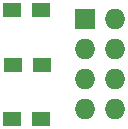
<source format=gbs>
G04 #@! TF.FileFunction,Soldermask,Bot*
%FSLAX46Y46*%
G04 Gerber Fmt 4.6, Leading zero omitted, Abs format (unit mm)*
G04 Created by KiCad (PCBNEW 4.0.4-stable) date Monday 13 March 2017 'à' 21:29:09*
%MOMM*%
%LPD*%
G01*
G04 APERTURE LIST*
%ADD10C,0.100000*%
%ADD11R,1.727200X1.727200*%
%ADD12O,1.727200X1.727200*%
%ADD13R,1.500000X1.250000*%
G04 APERTURE END LIST*
D10*
D11*
X61400000Y-36350000D03*
D12*
X63940000Y-36350000D03*
X61400000Y-38890000D03*
X63940000Y-38890000D03*
X61400000Y-41430000D03*
X63940000Y-41430000D03*
X61400000Y-43970000D03*
X63940000Y-43970000D03*
D13*
X55200000Y-44750000D03*
X57700000Y-44750000D03*
X55250000Y-40200000D03*
X57750000Y-40200000D03*
X55200000Y-35600000D03*
X57700000Y-35600000D03*
M02*

</source>
